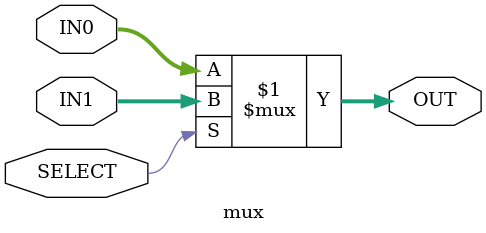
<source format=v>
module mux#(parameter DATA_WIDTH=32)(
	input SELECT,
	input [DATA_WIDTH-1:0] IN0,
	input [DATA_WIDTH-1:0] IN1,
	output [DATA_WIDTH-1:0] OUT
	);
	
	assign OUT = SELECT ? IN1: IN0;
endmodule

</source>
